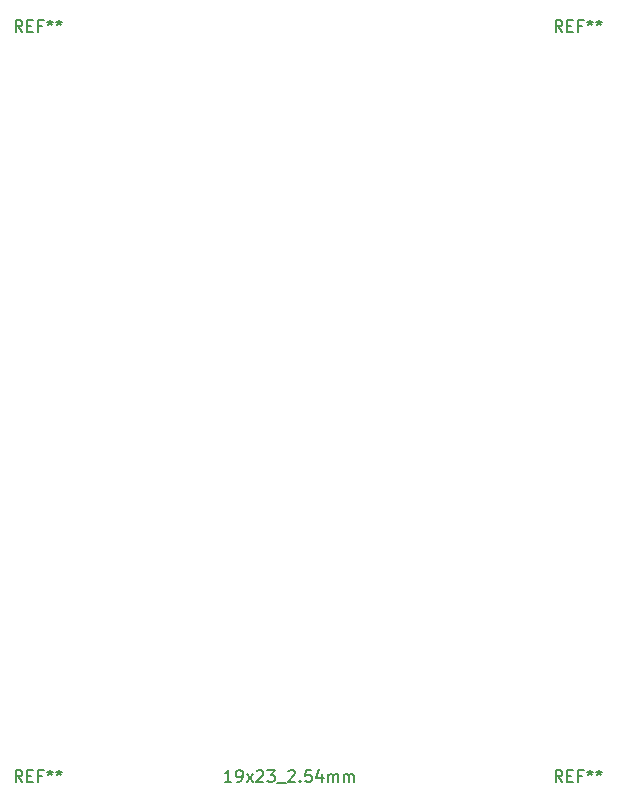
<source format=gbr>
%TF.GenerationSoftware,KiCad,Pcbnew,5.1.5-1.fc31*%
%TF.CreationDate,2020-02-21T03:52:29+01:00*%
%TF.ProjectId,board-2,626f6172-642d-4322-9e6b-696361645f70,1.0*%
%TF.SameCoordinates,PX5e78920PY70a3730*%
%TF.FileFunction,Other,Fab,Top*%
%FSLAX46Y46*%
G04 Gerber Fmt 4.6, Leading zero omitted, Abs format (unit mm)*
G04 Created by KiCad (PCBNEW 5.1.5-1.fc31) date 2020-02-21 03:52:29*
%MOMM*%
%LPD*%
G04 APERTURE LIST*
%ADD10C,0.150000*%
G04 APERTURE END LIST*
D10*
X47226666Y65587620D02*
X46893333Y66063810D01*
X46655238Y65587620D02*
X46655238Y66587620D01*
X47036190Y66587620D01*
X47131428Y66540000D01*
X47179047Y66492381D01*
X47226666Y66397143D01*
X47226666Y66254286D01*
X47179047Y66159048D01*
X47131428Y66111429D01*
X47036190Y66063810D01*
X46655238Y66063810D01*
X47655238Y66111429D02*
X47988571Y66111429D01*
X48131428Y65587620D02*
X47655238Y65587620D01*
X47655238Y66587620D01*
X48131428Y66587620D01*
X48893333Y66111429D02*
X48560000Y66111429D01*
X48560000Y65587620D02*
X48560000Y66587620D01*
X49036190Y66587620D01*
X49560000Y66587620D02*
X49560000Y66349524D01*
X49321904Y66444762D02*
X49560000Y66349524D01*
X49798095Y66444762D01*
X49417142Y66159048D02*
X49560000Y66349524D01*
X49702857Y66159048D01*
X50321904Y66587620D02*
X50321904Y66349524D01*
X50083809Y66444762D02*
X50321904Y66349524D01*
X50560000Y66444762D01*
X50179047Y66159048D02*
X50321904Y66349524D01*
X50464761Y66159048D01*
X1506666Y65587620D02*
X1173333Y66063810D01*
X935238Y65587620D02*
X935238Y66587620D01*
X1316190Y66587620D01*
X1411428Y66540000D01*
X1459047Y66492381D01*
X1506666Y66397143D01*
X1506666Y66254286D01*
X1459047Y66159048D01*
X1411428Y66111429D01*
X1316190Y66063810D01*
X935238Y66063810D01*
X1935238Y66111429D02*
X2268571Y66111429D01*
X2411428Y65587620D02*
X1935238Y65587620D01*
X1935238Y66587620D01*
X2411428Y66587620D01*
X3173333Y66111429D02*
X2840000Y66111429D01*
X2840000Y65587620D02*
X2840000Y66587620D01*
X3316190Y66587620D01*
X3840000Y66587620D02*
X3840000Y66349524D01*
X3601904Y66444762D02*
X3840000Y66349524D01*
X4078095Y66444762D01*
X3697142Y66159048D02*
X3840000Y66349524D01*
X3982857Y66159048D01*
X4601904Y66587620D02*
X4601904Y66349524D01*
X4363809Y66444762D02*
X4601904Y66349524D01*
X4840000Y66444762D01*
X4459047Y66159048D02*
X4601904Y66349524D01*
X4744761Y66159048D01*
X1506666Y2087620D02*
X1173333Y2563810D01*
X935238Y2087620D02*
X935238Y3087620D01*
X1316190Y3087620D01*
X1411428Y3040000D01*
X1459047Y2992381D01*
X1506666Y2897143D01*
X1506666Y2754286D01*
X1459047Y2659048D01*
X1411428Y2611429D01*
X1316190Y2563810D01*
X935238Y2563810D01*
X1935238Y2611429D02*
X2268571Y2611429D01*
X2411428Y2087620D02*
X1935238Y2087620D01*
X1935238Y3087620D01*
X2411428Y3087620D01*
X3173333Y2611429D02*
X2840000Y2611429D01*
X2840000Y2087620D02*
X2840000Y3087620D01*
X3316190Y3087620D01*
X3840000Y3087620D02*
X3840000Y2849524D01*
X3601904Y2944762D02*
X3840000Y2849524D01*
X4078095Y2944762D01*
X3697142Y2659048D02*
X3840000Y2849524D01*
X3982857Y2659048D01*
X4601904Y3087620D02*
X4601904Y2849524D01*
X4363809Y2944762D02*
X4601904Y2849524D01*
X4840000Y2944762D01*
X4459047Y2659048D02*
X4601904Y2849524D01*
X4744761Y2659048D01*
X47226666Y2087620D02*
X46893333Y2563810D01*
X46655238Y2087620D02*
X46655238Y3087620D01*
X47036190Y3087620D01*
X47131428Y3040000D01*
X47179047Y2992381D01*
X47226666Y2897143D01*
X47226666Y2754286D01*
X47179047Y2659048D01*
X47131428Y2611429D01*
X47036190Y2563810D01*
X46655238Y2563810D01*
X47655238Y2611429D02*
X47988571Y2611429D01*
X48131428Y2087620D02*
X47655238Y2087620D01*
X47655238Y3087620D01*
X48131428Y3087620D01*
X48893333Y2611429D02*
X48560000Y2611429D01*
X48560000Y2087620D02*
X48560000Y3087620D01*
X49036190Y3087620D01*
X49560000Y3087620D02*
X49560000Y2849524D01*
X49321904Y2944762D02*
X49560000Y2849524D01*
X49798095Y2944762D01*
X49417142Y2659048D02*
X49560000Y2849524D01*
X49702857Y2659048D01*
X50321904Y3087620D02*
X50321904Y2849524D01*
X50083809Y2944762D02*
X50321904Y2849524D01*
X50560000Y2944762D01*
X50179047Y2659048D02*
X50321904Y2849524D01*
X50464761Y2659048D01*
X19201428Y2087620D02*
X18630000Y2087620D01*
X18915714Y2087620D02*
X18915714Y3087620D01*
X18820476Y2944762D01*
X18725238Y2849524D01*
X18630000Y2801905D01*
X19677619Y2087620D02*
X19868095Y2087620D01*
X19963333Y2135239D01*
X20010952Y2182858D01*
X20106190Y2325715D01*
X20153809Y2516191D01*
X20153809Y2897143D01*
X20106190Y2992381D01*
X20058571Y3040000D01*
X19963333Y3087620D01*
X19772857Y3087620D01*
X19677619Y3040000D01*
X19630000Y2992381D01*
X19582380Y2897143D01*
X19582380Y2659048D01*
X19630000Y2563810D01*
X19677619Y2516191D01*
X19772857Y2468572D01*
X19963333Y2468572D01*
X20058571Y2516191D01*
X20106190Y2563810D01*
X20153809Y2659048D01*
X20487142Y2087620D02*
X21010952Y2754286D01*
X20487142Y2754286D02*
X21010952Y2087620D01*
X21344285Y2992381D02*
X21391904Y3040000D01*
X21487142Y3087620D01*
X21725238Y3087620D01*
X21820476Y3040000D01*
X21868095Y2992381D01*
X21915714Y2897143D01*
X21915714Y2801905D01*
X21868095Y2659048D01*
X21296666Y2087620D01*
X21915714Y2087620D01*
X22249047Y3087620D02*
X22868095Y3087620D01*
X22534761Y2706667D01*
X22677619Y2706667D01*
X22772857Y2659048D01*
X22820476Y2611429D01*
X22868095Y2516191D01*
X22868095Y2278096D01*
X22820476Y2182858D01*
X22772857Y2135239D01*
X22677619Y2087620D01*
X22391904Y2087620D01*
X22296666Y2135239D01*
X22249047Y2182858D01*
X23058571Y1992381D02*
X23820476Y1992381D01*
X24010952Y2992381D02*
X24058571Y3040000D01*
X24153809Y3087620D01*
X24391904Y3087620D01*
X24487142Y3040000D01*
X24534761Y2992381D01*
X24582380Y2897143D01*
X24582380Y2801905D01*
X24534761Y2659048D01*
X23963333Y2087620D01*
X24582380Y2087620D01*
X25010952Y2182858D02*
X25058571Y2135239D01*
X25010952Y2087620D01*
X24963333Y2135239D01*
X25010952Y2182858D01*
X25010952Y2087620D01*
X25963333Y3087620D02*
X25487142Y3087620D01*
X25439523Y2611429D01*
X25487142Y2659048D01*
X25582380Y2706667D01*
X25820476Y2706667D01*
X25915714Y2659048D01*
X25963333Y2611429D01*
X26010952Y2516191D01*
X26010952Y2278096D01*
X25963333Y2182858D01*
X25915714Y2135239D01*
X25820476Y2087620D01*
X25582380Y2087620D01*
X25487142Y2135239D01*
X25439523Y2182858D01*
X26868095Y2754286D02*
X26868095Y2087620D01*
X26630000Y3135239D02*
X26391904Y2420953D01*
X27010952Y2420953D01*
X27391904Y2087620D02*
X27391904Y2754286D01*
X27391904Y2659048D02*
X27439523Y2706667D01*
X27534761Y2754286D01*
X27677619Y2754286D01*
X27772857Y2706667D01*
X27820476Y2611429D01*
X27820476Y2087620D01*
X27820476Y2611429D02*
X27868095Y2706667D01*
X27963333Y2754286D01*
X28106190Y2754286D01*
X28201428Y2706667D01*
X28249047Y2611429D01*
X28249047Y2087620D01*
X28725238Y2087620D02*
X28725238Y2754286D01*
X28725238Y2659048D02*
X28772857Y2706667D01*
X28868095Y2754286D01*
X29010952Y2754286D01*
X29106190Y2706667D01*
X29153809Y2611429D01*
X29153809Y2087620D01*
X29153809Y2611429D02*
X29201428Y2706667D01*
X29296666Y2754286D01*
X29439523Y2754286D01*
X29534761Y2706667D01*
X29582380Y2611429D01*
X29582380Y2087620D01*
M02*

</source>
